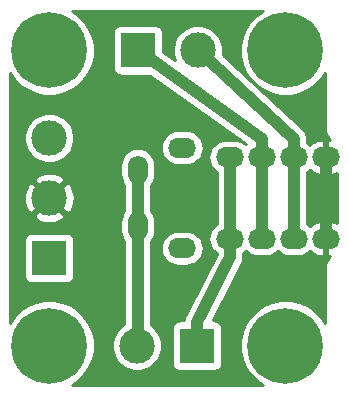
<source format=gbl>
G04 #@! TF.GenerationSoftware,KiCad,Pcbnew,(5.1.8)-1*
G04 #@! TF.CreationDate,2020-12-25T11:22:17+09:00*
G04 #@! TF.ProjectId,bf-023,62662d30-3233-42e6-9b69-6361645f7063,V02L01*
G04 #@! TF.SameCoordinates,Original*
G04 #@! TF.FileFunction,Copper,L2,Bot*
G04 #@! TF.FilePolarity,Positive*
%FSLAX46Y46*%
G04 Gerber Fmt 4.6, Leading zero omitted, Abs format (unit mm)*
G04 Created by KiCad (PCBNEW (5.1.8)-1) date 2020-12-25 11:22:17*
%MOMM*%
%LPD*%
G01*
G04 APERTURE LIST*
G04 #@! TA.AperFunction,ComponentPad*
%ADD10C,3.000000*%
G04 #@! TD*
G04 #@! TA.AperFunction,ComponentPad*
%ADD11R,3.000000X3.000000*%
G04 #@! TD*
G04 #@! TA.AperFunction,ComponentPad*
%ADD12O,1.700000X2.400000*%
G04 #@! TD*
G04 #@! TA.AperFunction,ComponentPad*
%ADD13O,2.350000X1.700000*%
G04 #@! TD*
G04 #@! TA.AperFunction,ComponentPad*
%ADD14C,6.400000*%
G04 #@! TD*
G04 #@! TA.AperFunction,ViaPad*
%ADD15C,0.800000*%
G04 #@! TD*
G04 #@! TA.AperFunction,Conductor*
%ADD16C,1.000000*%
G04 #@! TD*
G04 #@! TA.AperFunction,Conductor*
%ADD17C,0.254000*%
G04 #@! TD*
G04 #@! TA.AperFunction,Conductor*
%ADD18C,0.100000*%
G04 #@! TD*
G04 APERTURE END LIST*
D10*
X139420000Y-124000000D03*
D11*
X144500000Y-124000000D03*
D12*
X139500000Y-109100000D03*
X139500000Y-113900000D03*
D13*
X143250000Y-107250000D03*
X143250000Y-115750000D03*
X150000000Y-108050000D03*
X150000000Y-114950000D03*
X147300000Y-114950000D03*
X147300000Y-108050000D03*
X152700000Y-108050000D03*
X152700000Y-114950000D03*
X155400000Y-114950000D03*
X155400000Y-108050000D03*
D10*
X144580000Y-99000000D03*
D11*
X139500000Y-99000000D03*
D10*
X132000000Y-106420000D03*
X132000000Y-111500000D03*
D11*
X132000000Y-116580000D03*
D14*
X132000000Y-99000000D03*
X152000000Y-99000000D03*
X132000000Y-124000000D03*
X152000000Y-124000000D03*
D15*
X137000000Y-96500000D03*
X147000000Y-96500000D03*
X137000000Y-103500000D03*
X130000000Y-103500000D03*
X154000000Y-103500000D03*
X137000000Y-111500000D03*
X143500000Y-111500000D03*
X154000000Y-119500000D03*
X149500000Y-119500000D03*
X137000000Y-119500000D03*
X130000000Y-119500000D03*
X137000000Y-126500000D03*
X147000000Y-126500000D03*
X142000000Y-126500000D03*
X142000000Y-96500000D03*
X143500000Y-119500000D03*
X143500000Y-104500000D03*
D16*
X155400000Y-108050000D02*
X155400000Y-114950000D01*
X152700000Y-108050000D02*
X152700000Y-114950000D01*
X152700000Y-106500000D02*
X144580000Y-99000000D01*
X152700000Y-108050000D02*
X152700000Y-106500000D01*
X147300000Y-108050000D02*
X147300000Y-114950000D01*
X147300000Y-116500000D02*
X147300000Y-114950000D01*
X144500000Y-122000000D02*
X147300000Y-116500000D01*
X144500000Y-124000000D02*
X144500000Y-122000000D01*
X150000000Y-108050000D02*
X150000000Y-114950000D01*
X150000000Y-106500000D02*
X139500000Y-99000000D01*
X150000000Y-108050000D02*
X150000000Y-106500000D01*
X139500000Y-109100000D02*
X139500000Y-113900000D01*
X139500000Y-123920000D02*
X139420000Y-124000000D01*
X139500000Y-113900000D02*
X139500000Y-123920000D01*
D17*
X149555330Y-96021161D02*
X149021161Y-96555330D01*
X148601467Y-97183446D01*
X148312377Y-97881372D01*
X148165000Y-98622285D01*
X148165000Y-99377715D01*
X148312377Y-100118628D01*
X148601467Y-100816554D01*
X149021161Y-101444670D01*
X149555330Y-101978839D01*
X150183446Y-102398533D01*
X150881372Y-102687623D01*
X151622285Y-102835000D01*
X152377715Y-102835000D01*
X153118628Y-102687623D01*
X153816554Y-102398533D01*
X154444670Y-101978839D01*
X154978839Y-101444670D01*
X155340000Y-100904154D01*
X155340001Y-105532419D01*
X155342783Y-105560664D01*
X155342740Y-105566801D01*
X155343640Y-105575972D01*
X155364041Y-105770069D01*
X155376068Y-105828658D01*
X155387277Y-105887423D01*
X155389941Y-105896245D01*
X155447653Y-106082683D01*
X155470838Y-106137838D01*
X155493242Y-106193291D01*
X155497568Y-106201427D01*
X155590393Y-106373104D01*
X155623846Y-106422699D01*
X155656600Y-106472753D01*
X155662424Y-106479894D01*
X155732830Y-106565000D01*
X155527000Y-106565000D01*
X155527000Y-107923000D01*
X155547000Y-107923000D01*
X155547000Y-108177000D01*
X155527000Y-108177000D01*
X155527000Y-109535000D01*
X155852000Y-109535000D01*
X156139269Y-109481690D01*
X156340000Y-109401553D01*
X156340001Y-113598447D01*
X156139269Y-113518310D01*
X155852000Y-113465000D01*
X155527000Y-113465000D01*
X155527000Y-114823000D01*
X155547000Y-114823000D01*
X155547000Y-115077000D01*
X155527000Y-115077000D01*
X155527000Y-116435000D01*
X155732663Y-116435000D01*
X155655616Y-116529469D01*
X155622534Y-116579262D01*
X155588716Y-116628651D01*
X155584333Y-116636757D01*
X155492708Y-116809079D01*
X155469909Y-116864394D01*
X155446348Y-116919366D01*
X155443623Y-116928169D01*
X155387214Y-117115005D01*
X155375594Y-117173693D01*
X155363158Y-117232196D01*
X155362195Y-117241361D01*
X155343150Y-117435595D01*
X155343150Y-117435608D01*
X155340001Y-117467581D01*
X155340000Y-122095846D01*
X154978839Y-121555330D01*
X154444670Y-121021161D01*
X153816554Y-120601467D01*
X153118628Y-120312377D01*
X152377715Y-120165000D01*
X151622285Y-120165000D01*
X150881372Y-120312377D01*
X150183446Y-120601467D01*
X149555330Y-121021161D01*
X149021161Y-121555330D01*
X148601467Y-122183446D01*
X148312377Y-122881372D01*
X148165000Y-123622285D01*
X148165000Y-124377715D01*
X148312377Y-125118628D01*
X148601467Y-125816554D01*
X149021161Y-126444670D01*
X149555330Y-126978839D01*
X150095845Y-127340000D01*
X133904155Y-127340000D01*
X134444670Y-126978839D01*
X134978839Y-126444670D01*
X135398533Y-125816554D01*
X135687623Y-125118628D01*
X135835000Y-124377715D01*
X135835000Y-123789721D01*
X137285000Y-123789721D01*
X137285000Y-124210279D01*
X137367047Y-124622756D01*
X137527988Y-125011302D01*
X137761637Y-125360983D01*
X138059017Y-125658363D01*
X138408698Y-125892012D01*
X138797244Y-126052953D01*
X139209721Y-126135000D01*
X139630279Y-126135000D01*
X140042756Y-126052953D01*
X140431302Y-125892012D01*
X140780983Y-125658363D01*
X141078363Y-125360983D01*
X141312012Y-125011302D01*
X141472953Y-124622756D01*
X141555000Y-124210279D01*
X141555000Y-123789721D01*
X141472953Y-123377244D01*
X141312012Y-122988698D01*
X141078363Y-122639017D01*
X140780983Y-122341637D01*
X140635000Y-122244094D01*
X140635000Y-115750000D01*
X141432815Y-115750000D01*
X141461487Y-116041111D01*
X141546401Y-116321034D01*
X141684294Y-116579014D01*
X141869866Y-116805134D01*
X142095986Y-116990706D01*
X142353966Y-117128599D01*
X142633889Y-117213513D01*
X142852050Y-117235000D01*
X143647950Y-117235000D01*
X143866111Y-117213513D01*
X144146034Y-117128599D01*
X144404014Y-116990706D01*
X144630134Y-116805134D01*
X144815706Y-116579014D01*
X144953599Y-116321034D01*
X145038513Y-116041111D01*
X145067185Y-115750000D01*
X145038513Y-115458889D01*
X144953599Y-115178966D01*
X144815706Y-114920986D01*
X144630134Y-114694866D01*
X144404014Y-114509294D01*
X144146034Y-114371401D01*
X143866111Y-114286487D01*
X143647950Y-114265000D01*
X142852050Y-114265000D01*
X142633889Y-114286487D01*
X142353966Y-114371401D01*
X142095986Y-114509294D01*
X141869866Y-114694866D01*
X141684294Y-114920986D01*
X141546401Y-115178966D01*
X141461487Y-115458889D01*
X141432815Y-115750000D01*
X140635000Y-115750000D01*
X140635000Y-115207817D01*
X140740706Y-115079014D01*
X140878599Y-114821034D01*
X140963513Y-114541110D01*
X140985000Y-114322949D01*
X140985000Y-113477050D01*
X140963513Y-113258889D01*
X140878599Y-112978966D01*
X140740706Y-112720986D01*
X140635000Y-112592183D01*
X140635000Y-110407817D01*
X140740706Y-110279014D01*
X140878599Y-110021034D01*
X140963513Y-109741110D01*
X140985000Y-109522949D01*
X140985000Y-108677050D01*
X140963513Y-108458889D01*
X140878599Y-108178966D01*
X140740706Y-107920986D01*
X140555134Y-107694866D01*
X140329013Y-107509294D01*
X140071033Y-107371401D01*
X139791110Y-107286487D01*
X139500000Y-107257815D01*
X139208889Y-107286487D01*
X138928966Y-107371401D01*
X138670986Y-107509294D01*
X138444866Y-107694866D01*
X138259294Y-107920987D01*
X138121401Y-108178967D01*
X138036487Y-108458890D01*
X138015000Y-108677051D01*
X138015000Y-109522950D01*
X138036487Y-109741111D01*
X138121401Y-110021034D01*
X138259294Y-110279014D01*
X138365000Y-110407817D01*
X138365001Y-112592182D01*
X138259294Y-112720987D01*
X138121401Y-112978967D01*
X138036487Y-113258890D01*
X138015000Y-113477051D01*
X138015000Y-114322950D01*
X138036487Y-114541111D01*
X138121401Y-114821034D01*
X138259294Y-115079014D01*
X138365000Y-115207817D01*
X138365001Y-122137185D01*
X138059017Y-122341637D01*
X137761637Y-122639017D01*
X137527988Y-122988698D01*
X137367047Y-123377244D01*
X137285000Y-123789721D01*
X135835000Y-123789721D01*
X135835000Y-123622285D01*
X135687623Y-122881372D01*
X135398533Y-122183446D01*
X134978839Y-121555330D01*
X134444670Y-121021161D01*
X133816554Y-120601467D01*
X133118628Y-120312377D01*
X132377715Y-120165000D01*
X131622285Y-120165000D01*
X130881372Y-120312377D01*
X130183446Y-120601467D01*
X129555330Y-121021161D01*
X129021161Y-121555330D01*
X128660000Y-122095845D01*
X128660000Y-115080000D01*
X129861928Y-115080000D01*
X129861928Y-118080000D01*
X129874188Y-118204482D01*
X129910498Y-118324180D01*
X129969463Y-118434494D01*
X130048815Y-118531185D01*
X130145506Y-118610537D01*
X130255820Y-118669502D01*
X130375518Y-118705812D01*
X130500000Y-118718072D01*
X133500000Y-118718072D01*
X133624482Y-118705812D01*
X133744180Y-118669502D01*
X133854494Y-118610537D01*
X133951185Y-118531185D01*
X134030537Y-118434494D01*
X134089502Y-118324180D01*
X134125812Y-118204482D01*
X134138072Y-118080000D01*
X134138072Y-115080000D01*
X134125812Y-114955518D01*
X134089502Y-114835820D01*
X134030537Y-114725506D01*
X133951185Y-114628815D01*
X133854494Y-114549463D01*
X133744180Y-114490498D01*
X133624482Y-114454188D01*
X133500000Y-114441928D01*
X130500000Y-114441928D01*
X130375518Y-114454188D01*
X130255820Y-114490498D01*
X130145506Y-114549463D01*
X130048815Y-114628815D01*
X129969463Y-114725506D01*
X129910498Y-114835820D01*
X129874188Y-114955518D01*
X129861928Y-115080000D01*
X128660000Y-115080000D01*
X128660000Y-112991653D01*
X130687952Y-112991653D01*
X130843962Y-113307214D01*
X131218745Y-113498020D01*
X131623551Y-113612044D01*
X132042824Y-113644902D01*
X132460451Y-113595334D01*
X132860383Y-113465243D01*
X133156038Y-113307214D01*
X133312048Y-112991653D01*
X132000000Y-111679605D01*
X130687952Y-112991653D01*
X128660000Y-112991653D01*
X128660000Y-111542824D01*
X129855098Y-111542824D01*
X129904666Y-111960451D01*
X130034757Y-112360383D01*
X130192786Y-112656038D01*
X130508347Y-112812048D01*
X131820395Y-111500000D01*
X132179605Y-111500000D01*
X133491653Y-112812048D01*
X133807214Y-112656038D01*
X133998020Y-112281255D01*
X134112044Y-111876449D01*
X134144902Y-111457176D01*
X134095334Y-111039549D01*
X133965243Y-110639617D01*
X133807214Y-110343962D01*
X133491653Y-110187952D01*
X132179605Y-111500000D01*
X131820395Y-111500000D01*
X130508347Y-110187952D01*
X130192786Y-110343962D01*
X130001980Y-110718745D01*
X129887956Y-111123551D01*
X129855098Y-111542824D01*
X128660000Y-111542824D01*
X128660000Y-110008347D01*
X130687952Y-110008347D01*
X132000000Y-111320395D01*
X133312048Y-110008347D01*
X133156038Y-109692786D01*
X132781255Y-109501980D01*
X132376449Y-109387956D01*
X131957176Y-109355098D01*
X131539549Y-109404666D01*
X131139617Y-109534757D01*
X130843962Y-109692786D01*
X130687952Y-110008347D01*
X128660000Y-110008347D01*
X128660000Y-106209721D01*
X129865000Y-106209721D01*
X129865000Y-106630279D01*
X129947047Y-107042756D01*
X130107988Y-107431302D01*
X130341637Y-107780983D01*
X130639017Y-108078363D01*
X130988698Y-108312012D01*
X131377244Y-108472953D01*
X131789721Y-108555000D01*
X132210279Y-108555000D01*
X132622756Y-108472953D01*
X133011302Y-108312012D01*
X133360983Y-108078363D01*
X133658363Y-107780983D01*
X133892012Y-107431302D01*
X133967109Y-107250000D01*
X141432815Y-107250000D01*
X141461487Y-107541111D01*
X141546401Y-107821034D01*
X141684294Y-108079014D01*
X141869866Y-108305134D01*
X142095986Y-108490706D01*
X142353966Y-108628599D01*
X142633889Y-108713513D01*
X142852050Y-108735000D01*
X143647950Y-108735000D01*
X143866111Y-108713513D01*
X144146034Y-108628599D01*
X144404014Y-108490706D01*
X144630134Y-108305134D01*
X144815706Y-108079014D01*
X144953599Y-107821034D01*
X145038513Y-107541111D01*
X145067185Y-107250000D01*
X145038513Y-106958889D01*
X144953599Y-106678966D01*
X144815706Y-106420986D01*
X144630134Y-106194866D01*
X144404014Y-106009294D01*
X144146034Y-105871401D01*
X143866111Y-105786487D01*
X143647950Y-105765000D01*
X142852050Y-105765000D01*
X142633889Y-105786487D01*
X142353966Y-105871401D01*
X142095986Y-106009294D01*
X141869866Y-106194866D01*
X141684294Y-106420986D01*
X141546401Y-106678966D01*
X141461487Y-106958889D01*
X141432815Y-107250000D01*
X133967109Y-107250000D01*
X134052953Y-107042756D01*
X134135000Y-106630279D01*
X134135000Y-106209721D01*
X134052953Y-105797244D01*
X133892012Y-105408698D01*
X133658363Y-105059017D01*
X133360983Y-104761637D01*
X133011302Y-104527988D01*
X132622756Y-104367047D01*
X132210279Y-104285000D01*
X131789721Y-104285000D01*
X131377244Y-104367047D01*
X130988698Y-104527988D01*
X130639017Y-104761637D01*
X130341637Y-105059017D01*
X130107988Y-105408698D01*
X129947047Y-105797244D01*
X129865000Y-106209721D01*
X128660000Y-106209721D01*
X128660000Y-100904155D01*
X129021161Y-101444670D01*
X129555330Y-101978839D01*
X130183446Y-102398533D01*
X130881372Y-102687623D01*
X131622285Y-102835000D01*
X132377715Y-102835000D01*
X133118628Y-102687623D01*
X133816554Y-102398533D01*
X134444670Y-101978839D01*
X134978839Y-101444670D01*
X135398533Y-100816554D01*
X135687623Y-100118628D01*
X135835000Y-99377715D01*
X135835000Y-98622285D01*
X135687623Y-97881372D01*
X135529654Y-97500000D01*
X137361928Y-97500000D01*
X137361928Y-100500000D01*
X137374188Y-100624482D01*
X137410498Y-100744180D01*
X137469463Y-100854494D01*
X137548815Y-100951185D01*
X137645506Y-101030537D01*
X137755820Y-101089502D01*
X137875518Y-101125812D01*
X138000000Y-101138072D01*
X140540574Y-101138072D01*
X148675809Y-106948955D01*
X148650000Y-106970136D01*
X148454014Y-106809294D01*
X148196034Y-106671401D01*
X147916111Y-106586487D01*
X147697950Y-106565000D01*
X146902050Y-106565000D01*
X146683889Y-106586487D01*
X146403966Y-106671401D01*
X146145986Y-106809294D01*
X145919866Y-106994866D01*
X145734294Y-107220986D01*
X145596401Y-107478966D01*
X145511487Y-107758889D01*
X145482815Y-108050000D01*
X145511487Y-108341111D01*
X145596401Y-108621034D01*
X145734294Y-108879014D01*
X145919866Y-109105134D01*
X146145986Y-109290706D01*
X146165000Y-109300869D01*
X146165001Y-113699130D01*
X146145986Y-113709294D01*
X145919866Y-113894866D01*
X145734294Y-114120986D01*
X145596401Y-114378966D01*
X145511487Y-114658889D01*
X145482815Y-114950000D01*
X145511487Y-115241111D01*
X145596401Y-115521034D01*
X145734294Y-115779014D01*
X145919866Y-116005134D01*
X146145986Y-116190706D01*
X146165000Y-116200869D01*
X146165000Y-116227717D01*
X143493657Y-121475001D01*
X143446325Y-121563553D01*
X143426764Y-121628035D01*
X143402222Y-121690804D01*
X143394387Y-121734770D01*
X143381424Y-121777501D01*
X143374819Y-121844568D01*
X143371725Y-121861928D01*
X143000000Y-121861928D01*
X142875518Y-121874188D01*
X142755820Y-121910498D01*
X142645506Y-121969463D01*
X142548815Y-122048815D01*
X142469463Y-122145506D01*
X142410498Y-122255820D01*
X142374188Y-122375518D01*
X142361928Y-122500000D01*
X142361928Y-125500000D01*
X142374188Y-125624482D01*
X142410498Y-125744180D01*
X142469463Y-125854494D01*
X142548815Y-125951185D01*
X142645506Y-126030537D01*
X142755820Y-126089502D01*
X142875518Y-126125812D01*
X143000000Y-126138072D01*
X146000000Y-126138072D01*
X146124482Y-126125812D01*
X146244180Y-126089502D01*
X146354494Y-126030537D01*
X146451185Y-125951185D01*
X146530537Y-125854494D01*
X146589502Y-125744180D01*
X146625812Y-125624482D01*
X146638072Y-125500000D01*
X146638072Y-122500000D01*
X146625812Y-122375518D01*
X146589502Y-122255820D01*
X146530537Y-122145506D01*
X146451185Y-122048815D01*
X146354494Y-121969463D01*
X146244180Y-121910498D01*
X146124482Y-121874188D01*
X146000000Y-121861928D01*
X145843907Y-121861928D01*
X148306344Y-117025000D01*
X148353676Y-116936447D01*
X148373238Y-116871960D01*
X148397778Y-116809197D01*
X148405612Y-116765237D01*
X148418577Y-116722499D01*
X148425183Y-116655422D01*
X148437005Y-116589090D01*
X148435000Y-116488736D01*
X148435000Y-116200869D01*
X148454014Y-116190706D01*
X148650000Y-116029864D01*
X148845986Y-116190706D01*
X149103966Y-116328599D01*
X149383889Y-116413513D01*
X149602050Y-116435000D01*
X150397950Y-116435000D01*
X150616111Y-116413513D01*
X150896034Y-116328599D01*
X151154014Y-116190706D01*
X151350000Y-116029864D01*
X151545986Y-116190706D01*
X151803966Y-116328599D01*
X152083889Y-116413513D01*
X152302050Y-116435000D01*
X153097950Y-116435000D01*
X153316111Y-116413513D01*
X153596034Y-116328599D01*
X153854014Y-116190706D01*
X154054274Y-116026357D01*
X154144381Y-116114176D01*
X154389382Y-116273361D01*
X154660731Y-116381690D01*
X154948000Y-116435000D01*
X155273000Y-116435000D01*
X155273000Y-115077000D01*
X155253000Y-115077000D01*
X155253000Y-114823000D01*
X155273000Y-114823000D01*
X155273000Y-113465000D01*
X154948000Y-113465000D01*
X154660731Y-113518310D01*
X154389382Y-113626639D01*
X154144381Y-113785824D01*
X154054274Y-113873643D01*
X153854014Y-113709294D01*
X153835000Y-113699131D01*
X153835000Y-109300869D01*
X153854014Y-109290706D01*
X154054274Y-109126357D01*
X154144381Y-109214176D01*
X154389382Y-109373361D01*
X154660731Y-109481690D01*
X154948000Y-109535000D01*
X155273000Y-109535000D01*
X155273000Y-108177000D01*
X155253000Y-108177000D01*
X155253000Y-107923000D01*
X155273000Y-107923000D01*
X155273000Y-106565000D01*
X154948000Y-106565000D01*
X154660731Y-106618310D01*
X154389382Y-106726639D01*
X154144381Y-106885824D01*
X154054274Y-106973643D01*
X153854014Y-106809294D01*
X153835000Y-106799131D01*
X153835000Y-106533187D01*
X153839593Y-106454766D01*
X153827328Y-106366354D01*
X153818577Y-106277501D01*
X153811990Y-106255786D01*
X153808872Y-106233311D01*
X153779592Y-106148985D01*
X153753676Y-106063553D01*
X153742978Y-106043538D01*
X153735536Y-106022106D01*
X153690373Y-105945121D01*
X153648284Y-105866377D01*
X153633888Y-105848835D01*
X153622407Y-105829265D01*
X153563087Y-105762564D01*
X153506449Y-105693551D01*
X153445710Y-105643704D01*
X146678596Y-99393292D01*
X146715000Y-99210279D01*
X146715000Y-98789721D01*
X146632953Y-98377244D01*
X146472012Y-97988698D01*
X146238363Y-97639017D01*
X145940983Y-97341637D01*
X145591302Y-97107988D01*
X145202756Y-96947047D01*
X144790279Y-96865000D01*
X144369721Y-96865000D01*
X143957244Y-96947047D01*
X143568698Y-97107988D01*
X143219017Y-97341637D01*
X142921637Y-97639017D01*
X142687988Y-97988698D01*
X142527047Y-98377244D01*
X142445000Y-98789721D01*
X142445000Y-99210279D01*
X142527047Y-99622756D01*
X142612118Y-99828137D01*
X141638072Y-99132389D01*
X141638072Y-97500000D01*
X141625812Y-97375518D01*
X141589502Y-97255820D01*
X141530537Y-97145506D01*
X141451185Y-97048815D01*
X141354494Y-96969463D01*
X141244180Y-96910498D01*
X141124482Y-96874188D01*
X141000000Y-96861928D01*
X138000000Y-96861928D01*
X137875518Y-96874188D01*
X137755820Y-96910498D01*
X137645506Y-96969463D01*
X137548815Y-97048815D01*
X137469463Y-97145506D01*
X137410498Y-97255820D01*
X137374188Y-97375518D01*
X137361928Y-97500000D01*
X135529654Y-97500000D01*
X135398533Y-97183446D01*
X134978839Y-96555330D01*
X134444670Y-96021161D01*
X133904155Y-95660000D01*
X150095845Y-95660000D01*
X149555330Y-96021161D01*
G04 #@! TA.AperFunction,Conductor*
D18*
G36*
X149555330Y-96021161D02*
G01*
X149021161Y-96555330D01*
X148601467Y-97183446D01*
X148312377Y-97881372D01*
X148165000Y-98622285D01*
X148165000Y-99377715D01*
X148312377Y-100118628D01*
X148601467Y-100816554D01*
X149021161Y-101444670D01*
X149555330Y-101978839D01*
X150183446Y-102398533D01*
X150881372Y-102687623D01*
X151622285Y-102835000D01*
X152377715Y-102835000D01*
X153118628Y-102687623D01*
X153816554Y-102398533D01*
X154444670Y-101978839D01*
X154978839Y-101444670D01*
X155340000Y-100904154D01*
X155340001Y-105532419D01*
X155342783Y-105560664D01*
X155342740Y-105566801D01*
X155343640Y-105575972D01*
X155364041Y-105770069D01*
X155376068Y-105828658D01*
X155387277Y-105887423D01*
X155389941Y-105896245D01*
X155447653Y-106082683D01*
X155470838Y-106137838D01*
X155493242Y-106193291D01*
X155497568Y-106201427D01*
X155590393Y-106373104D01*
X155623846Y-106422699D01*
X155656600Y-106472753D01*
X155662424Y-106479894D01*
X155732830Y-106565000D01*
X155527000Y-106565000D01*
X155527000Y-107923000D01*
X155547000Y-107923000D01*
X155547000Y-108177000D01*
X155527000Y-108177000D01*
X155527000Y-109535000D01*
X155852000Y-109535000D01*
X156139269Y-109481690D01*
X156340000Y-109401553D01*
X156340001Y-113598447D01*
X156139269Y-113518310D01*
X155852000Y-113465000D01*
X155527000Y-113465000D01*
X155527000Y-114823000D01*
X155547000Y-114823000D01*
X155547000Y-115077000D01*
X155527000Y-115077000D01*
X155527000Y-116435000D01*
X155732663Y-116435000D01*
X155655616Y-116529469D01*
X155622534Y-116579262D01*
X155588716Y-116628651D01*
X155584333Y-116636757D01*
X155492708Y-116809079D01*
X155469909Y-116864394D01*
X155446348Y-116919366D01*
X155443623Y-116928169D01*
X155387214Y-117115005D01*
X155375594Y-117173693D01*
X155363158Y-117232196D01*
X155362195Y-117241361D01*
X155343150Y-117435595D01*
X155343150Y-117435608D01*
X155340001Y-117467581D01*
X155340000Y-122095846D01*
X154978839Y-121555330D01*
X154444670Y-121021161D01*
X153816554Y-120601467D01*
X153118628Y-120312377D01*
X152377715Y-120165000D01*
X151622285Y-120165000D01*
X150881372Y-120312377D01*
X150183446Y-120601467D01*
X149555330Y-121021161D01*
X149021161Y-121555330D01*
X148601467Y-122183446D01*
X148312377Y-122881372D01*
X148165000Y-123622285D01*
X148165000Y-124377715D01*
X148312377Y-125118628D01*
X148601467Y-125816554D01*
X149021161Y-126444670D01*
X149555330Y-126978839D01*
X150095845Y-127340000D01*
X133904155Y-127340000D01*
X134444670Y-126978839D01*
X134978839Y-126444670D01*
X135398533Y-125816554D01*
X135687623Y-125118628D01*
X135835000Y-124377715D01*
X135835000Y-123789721D01*
X137285000Y-123789721D01*
X137285000Y-124210279D01*
X137367047Y-124622756D01*
X137527988Y-125011302D01*
X137761637Y-125360983D01*
X138059017Y-125658363D01*
X138408698Y-125892012D01*
X138797244Y-126052953D01*
X139209721Y-126135000D01*
X139630279Y-126135000D01*
X140042756Y-126052953D01*
X140431302Y-125892012D01*
X140780983Y-125658363D01*
X141078363Y-125360983D01*
X141312012Y-125011302D01*
X141472953Y-124622756D01*
X141555000Y-124210279D01*
X141555000Y-123789721D01*
X141472953Y-123377244D01*
X141312012Y-122988698D01*
X141078363Y-122639017D01*
X140780983Y-122341637D01*
X140635000Y-122244094D01*
X140635000Y-115750000D01*
X141432815Y-115750000D01*
X141461487Y-116041111D01*
X141546401Y-116321034D01*
X141684294Y-116579014D01*
X141869866Y-116805134D01*
X142095986Y-116990706D01*
X142353966Y-117128599D01*
X142633889Y-117213513D01*
X142852050Y-117235000D01*
X143647950Y-117235000D01*
X143866111Y-117213513D01*
X144146034Y-117128599D01*
X144404014Y-116990706D01*
X144630134Y-116805134D01*
X144815706Y-116579014D01*
X144953599Y-116321034D01*
X145038513Y-116041111D01*
X145067185Y-115750000D01*
X145038513Y-115458889D01*
X144953599Y-115178966D01*
X144815706Y-114920986D01*
X144630134Y-114694866D01*
X144404014Y-114509294D01*
X144146034Y-114371401D01*
X143866111Y-114286487D01*
X143647950Y-114265000D01*
X142852050Y-114265000D01*
X142633889Y-114286487D01*
X142353966Y-114371401D01*
X142095986Y-114509294D01*
X141869866Y-114694866D01*
X141684294Y-114920986D01*
X141546401Y-115178966D01*
X141461487Y-115458889D01*
X141432815Y-115750000D01*
X140635000Y-115750000D01*
X140635000Y-115207817D01*
X140740706Y-115079014D01*
X140878599Y-114821034D01*
X140963513Y-114541110D01*
X140985000Y-114322949D01*
X140985000Y-113477050D01*
X140963513Y-113258889D01*
X140878599Y-112978966D01*
X140740706Y-112720986D01*
X140635000Y-112592183D01*
X140635000Y-110407817D01*
X140740706Y-110279014D01*
X140878599Y-110021034D01*
X140963513Y-109741110D01*
X140985000Y-109522949D01*
X140985000Y-108677050D01*
X140963513Y-108458889D01*
X140878599Y-108178966D01*
X140740706Y-107920986D01*
X140555134Y-107694866D01*
X140329013Y-107509294D01*
X140071033Y-107371401D01*
X139791110Y-107286487D01*
X139500000Y-107257815D01*
X139208889Y-107286487D01*
X138928966Y-107371401D01*
X138670986Y-107509294D01*
X138444866Y-107694866D01*
X138259294Y-107920987D01*
X138121401Y-108178967D01*
X138036487Y-108458890D01*
X138015000Y-108677051D01*
X138015000Y-109522950D01*
X138036487Y-109741111D01*
X138121401Y-110021034D01*
X138259294Y-110279014D01*
X138365000Y-110407817D01*
X138365001Y-112592182D01*
X138259294Y-112720987D01*
X138121401Y-112978967D01*
X138036487Y-113258890D01*
X138015000Y-113477051D01*
X138015000Y-114322950D01*
X138036487Y-114541111D01*
X138121401Y-114821034D01*
X138259294Y-115079014D01*
X138365000Y-115207817D01*
X138365001Y-122137185D01*
X138059017Y-122341637D01*
X137761637Y-122639017D01*
X137527988Y-122988698D01*
X137367047Y-123377244D01*
X137285000Y-123789721D01*
X135835000Y-123789721D01*
X135835000Y-123622285D01*
X135687623Y-122881372D01*
X135398533Y-122183446D01*
X134978839Y-121555330D01*
X134444670Y-121021161D01*
X133816554Y-120601467D01*
X133118628Y-120312377D01*
X132377715Y-120165000D01*
X131622285Y-120165000D01*
X130881372Y-120312377D01*
X130183446Y-120601467D01*
X129555330Y-121021161D01*
X129021161Y-121555330D01*
X128660000Y-122095845D01*
X128660000Y-115080000D01*
X129861928Y-115080000D01*
X129861928Y-118080000D01*
X129874188Y-118204482D01*
X129910498Y-118324180D01*
X129969463Y-118434494D01*
X130048815Y-118531185D01*
X130145506Y-118610537D01*
X130255820Y-118669502D01*
X130375518Y-118705812D01*
X130500000Y-118718072D01*
X133500000Y-118718072D01*
X133624482Y-118705812D01*
X133744180Y-118669502D01*
X133854494Y-118610537D01*
X133951185Y-118531185D01*
X134030537Y-118434494D01*
X134089502Y-118324180D01*
X134125812Y-118204482D01*
X134138072Y-118080000D01*
X134138072Y-115080000D01*
X134125812Y-114955518D01*
X134089502Y-114835820D01*
X134030537Y-114725506D01*
X133951185Y-114628815D01*
X133854494Y-114549463D01*
X133744180Y-114490498D01*
X133624482Y-114454188D01*
X133500000Y-114441928D01*
X130500000Y-114441928D01*
X130375518Y-114454188D01*
X130255820Y-114490498D01*
X130145506Y-114549463D01*
X130048815Y-114628815D01*
X129969463Y-114725506D01*
X129910498Y-114835820D01*
X129874188Y-114955518D01*
X129861928Y-115080000D01*
X128660000Y-115080000D01*
X128660000Y-112991653D01*
X130687952Y-112991653D01*
X130843962Y-113307214D01*
X131218745Y-113498020D01*
X131623551Y-113612044D01*
X132042824Y-113644902D01*
X132460451Y-113595334D01*
X132860383Y-113465243D01*
X133156038Y-113307214D01*
X133312048Y-112991653D01*
X132000000Y-111679605D01*
X130687952Y-112991653D01*
X128660000Y-112991653D01*
X128660000Y-111542824D01*
X129855098Y-111542824D01*
X129904666Y-111960451D01*
X130034757Y-112360383D01*
X130192786Y-112656038D01*
X130508347Y-112812048D01*
X131820395Y-111500000D01*
X132179605Y-111500000D01*
X133491653Y-112812048D01*
X133807214Y-112656038D01*
X133998020Y-112281255D01*
X134112044Y-111876449D01*
X134144902Y-111457176D01*
X134095334Y-111039549D01*
X133965243Y-110639617D01*
X133807214Y-110343962D01*
X133491653Y-110187952D01*
X132179605Y-111500000D01*
X131820395Y-111500000D01*
X130508347Y-110187952D01*
X130192786Y-110343962D01*
X130001980Y-110718745D01*
X129887956Y-111123551D01*
X129855098Y-111542824D01*
X128660000Y-111542824D01*
X128660000Y-110008347D01*
X130687952Y-110008347D01*
X132000000Y-111320395D01*
X133312048Y-110008347D01*
X133156038Y-109692786D01*
X132781255Y-109501980D01*
X132376449Y-109387956D01*
X131957176Y-109355098D01*
X131539549Y-109404666D01*
X131139617Y-109534757D01*
X130843962Y-109692786D01*
X130687952Y-110008347D01*
X128660000Y-110008347D01*
X128660000Y-106209721D01*
X129865000Y-106209721D01*
X129865000Y-106630279D01*
X129947047Y-107042756D01*
X130107988Y-107431302D01*
X130341637Y-107780983D01*
X130639017Y-108078363D01*
X130988698Y-108312012D01*
X131377244Y-108472953D01*
X131789721Y-108555000D01*
X132210279Y-108555000D01*
X132622756Y-108472953D01*
X133011302Y-108312012D01*
X133360983Y-108078363D01*
X133658363Y-107780983D01*
X133892012Y-107431302D01*
X133967109Y-107250000D01*
X141432815Y-107250000D01*
X141461487Y-107541111D01*
X141546401Y-107821034D01*
X141684294Y-108079014D01*
X141869866Y-108305134D01*
X142095986Y-108490706D01*
X142353966Y-108628599D01*
X142633889Y-108713513D01*
X142852050Y-108735000D01*
X143647950Y-108735000D01*
X143866111Y-108713513D01*
X144146034Y-108628599D01*
X144404014Y-108490706D01*
X144630134Y-108305134D01*
X144815706Y-108079014D01*
X144953599Y-107821034D01*
X145038513Y-107541111D01*
X145067185Y-107250000D01*
X145038513Y-106958889D01*
X144953599Y-106678966D01*
X144815706Y-106420986D01*
X144630134Y-106194866D01*
X144404014Y-106009294D01*
X144146034Y-105871401D01*
X143866111Y-105786487D01*
X143647950Y-105765000D01*
X142852050Y-105765000D01*
X142633889Y-105786487D01*
X142353966Y-105871401D01*
X142095986Y-106009294D01*
X141869866Y-106194866D01*
X141684294Y-106420986D01*
X141546401Y-106678966D01*
X141461487Y-106958889D01*
X141432815Y-107250000D01*
X133967109Y-107250000D01*
X134052953Y-107042756D01*
X134135000Y-106630279D01*
X134135000Y-106209721D01*
X134052953Y-105797244D01*
X133892012Y-105408698D01*
X133658363Y-105059017D01*
X133360983Y-104761637D01*
X133011302Y-104527988D01*
X132622756Y-104367047D01*
X132210279Y-104285000D01*
X131789721Y-104285000D01*
X131377244Y-104367047D01*
X130988698Y-104527988D01*
X130639017Y-104761637D01*
X130341637Y-105059017D01*
X130107988Y-105408698D01*
X129947047Y-105797244D01*
X129865000Y-106209721D01*
X128660000Y-106209721D01*
X128660000Y-100904155D01*
X129021161Y-101444670D01*
X129555330Y-101978839D01*
X130183446Y-102398533D01*
X130881372Y-102687623D01*
X131622285Y-102835000D01*
X132377715Y-102835000D01*
X133118628Y-102687623D01*
X133816554Y-102398533D01*
X134444670Y-101978839D01*
X134978839Y-101444670D01*
X135398533Y-100816554D01*
X135687623Y-100118628D01*
X135835000Y-99377715D01*
X135835000Y-98622285D01*
X135687623Y-97881372D01*
X135529654Y-97500000D01*
X137361928Y-97500000D01*
X137361928Y-100500000D01*
X137374188Y-100624482D01*
X137410498Y-100744180D01*
X137469463Y-100854494D01*
X137548815Y-100951185D01*
X137645506Y-101030537D01*
X137755820Y-101089502D01*
X137875518Y-101125812D01*
X138000000Y-101138072D01*
X140540574Y-101138072D01*
X148675809Y-106948955D01*
X148650000Y-106970136D01*
X148454014Y-106809294D01*
X148196034Y-106671401D01*
X147916111Y-106586487D01*
X147697950Y-106565000D01*
X146902050Y-106565000D01*
X146683889Y-106586487D01*
X146403966Y-106671401D01*
X146145986Y-106809294D01*
X145919866Y-106994866D01*
X145734294Y-107220986D01*
X145596401Y-107478966D01*
X145511487Y-107758889D01*
X145482815Y-108050000D01*
X145511487Y-108341111D01*
X145596401Y-108621034D01*
X145734294Y-108879014D01*
X145919866Y-109105134D01*
X146145986Y-109290706D01*
X146165000Y-109300869D01*
X146165001Y-113699130D01*
X146145986Y-113709294D01*
X145919866Y-113894866D01*
X145734294Y-114120986D01*
X145596401Y-114378966D01*
X145511487Y-114658889D01*
X145482815Y-114950000D01*
X145511487Y-115241111D01*
X145596401Y-115521034D01*
X145734294Y-115779014D01*
X145919866Y-116005134D01*
X146145986Y-116190706D01*
X146165000Y-116200869D01*
X146165000Y-116227717D01*
X143493657Y-121475001D01*
X143446325Y-121563553D01*
X143426764Y-121628035D01*
X143402222Y-121690804D01*
X143394387Y-121734770D01*
X143381424Y-121777501D01*
X143374819Y-121844568D01*
X143371725Y-121861928D01*
X143000000Y-121861928D01*
X142875518Y-121874188D01*
X142755820Y-121910498D01*
X142645506Y-121969463D01*
X142548815Y-122048815D01*
X142469463Y-122145506D01*
X142410498Y-122255820D01*
X142374188Y-122375518D01*
X142361928Y-122500000D01*
X142361928Y-125500000D01*
X142374188Y-125624482D01*
X142410498Y-125744180D01*
X142469463Y-125854494D01*
X142548815Y-125951185D01*
X142645506Y-126030537D01*
X142755820Y-126089502D01*
X142875518Y-126125812D01*
X143000000Y-126138072D01*
X146000000Y-126138072D01*
X146124482Y-126125812D01*
X146244180Y-126089502D01*
X146354494Y-126030537D01*
X146451185Y-125951185D01*
X146530537Y-125854494D01*
X146589502Y-125744180D01*
X146625812Y-125624482D01*
X146638072Y-125500000D01*
X146638072Y-122500000D01*
X146625812Y-122375518D01*
X146589502Y-122255820D01*
X146530537Y-122145506D01*
X146451185Y-122048815D01*
X146354494Y-121969463D01*
X146244180Y-121910498D01*
X146124482Y-121874188D01*
X146000000Y-121861928D01*
X145843907Y-121861928D01*
X148306344Y-117025000D01*
X148353676Y-116936447D01*
X148373238Y-116871960D01*
X148397778Y-116809197D01*
X148405612Y-116765237D01*
X148418577Y-116722499D01*
X148425183Y-116655422D01*
X148437005Y-116589090D01*
X148435000Y-116488736D01*
X148435000Y-116200869D01*
X148454014Y-116190706D01*
X148650000Y-116029864D01*
X148845986Y-116190706D01*
X149103966Y-116328599D01*
X149383889Y-116413513D01*
X149602050Y-116435000D01*
X150397950Y-116435000D01*
X150616111Y-116413513D01*
X150896034Y-116328599D01*
X151154014Y-116190706D01*
X151350000Y-116029864D01*
X151545986Y-116190706D01*
X151803966Y-116328599D01*
X152083889Y-116413513D01*
X152302050Y-116435000D01*
X153097950Y-116435000D01*
X153316111Y-116413513D01*
X153596034Y-116328599D01*
X153854014Y-116190706D01*
X154054274Y-116026357D01*
X154144381Y-116114176D01*
X154389382Y-116273361D01*
X154660731Y-116381690D01*
X154948000Y-116435000D01*
X155273000Y-116435000D01*
X155273000Y-115077000D01*
X155253000Y-115077000D01*
X155253000Y-114823000D01*
X155273000Y-114823000D01*
X155273000Y-113465000D01*
X154948000Y-113465000D01*
X154660731Y-113518310D01*
X154389382Y-113626639D01*
X154144381Y-113785824D01*
X154054274Y-113873643D01*
X153854014Y-113709294D01*
X153835000Y-113699131D01*
X153835000Y-109300869D01*
X153854014Y-109290706D01*
X154054274Y-109126357D01*
X154144381Y-109214176D01*
X154389382Y-109373361D01*
X154660731Y-109481690D01*
X154948000Y-109535000D01*
X155273000Y-109535000D01*
X155273000Y-108177000D01*
X155253000Y-108177000D01*
X155253000Y-107923000D01*
X155273000Y-107923000D01*
X155273000Y-106565000D01*
X154948000Y-106565000D01*
X154660731Y-106618310D01*
X154389382Y-106726639D01*
X154144381Y-106885824D01*
X154054274Y-106973643D01*
X153854014Y-106809294D01*
X153835000Y-106799131D01*
X153835000Y-106533187D01*
X153839593Y-106454766D01*
X153827328Y-106366354D01*
X153818577Y-106277501D01*
X153811990Y-106255786D01*
X153808872Y-106233311D01*
X153779592Y-106148985D01*
X153753676Y-106063553D01*
X153742978Y-106043538D01*
X153735536Y-106022106D01*
X153690373Y-105945121D01*
X153648284Y-105866377D01*
X153633888Y-105848835D01*
X153622407Y-105829265D01*
X153563087Y-105762564D01*
X153506449Y-105693551D01*
X153445710Y-105643704D01*
X146678596Y-99393292D01*
X146715000Y-99210279D01*
X146715000Y-98789721D01*
X146632953Y-98377244D01*
X146472012Y-97988698D01*
X146238363Y-97639017D01*
X145940983Y-97341637D01*
X145591302Y-97107988D01*
X145202756Y-96947047D01*
X144790279Y-96865000D01*
X144369721Y-96865000D01*
X143957244Y-96947047D01*
X143568698Y-97107988D01*
X143219017Y-97341637D01*
X142921637Y-97639017D01*
X142687988Y-97988698D01*
X142527047Y-98377244D01*
X142445000Y-98789721D01*
X142445000Y-99210279D01*
X142527047Y-99622756D01*
X142612118Y-99828137D01*
X141638072Y-99132389D01*
X141638072Y-97500000D01*
X141625812Y-97375518D01*
X141589502Y-97255820D01*
X141530537Y-97145506D01*
X141451185Y-97048815D01*
X141354494Y-96969463D01*
X141244180Y-96910498D01*
X141124482Y-96874188D01*
X141000000Y-96861928D01*
X138000000Y-96861928D01*
X137875518Y-96874188D01*
X137755820Y-96910498D01*
X137645506Y-96969463D01*
X137548815Y-97048815D01*
X137469463Y-97145506D01*
X137410498Y-97255820D01*
X137374188Y-97375518D01*
X137361928Y-97500000D01*
X135529654Y-97500000D01*
X135398533Y-97183446D01*
X134978839Y-96555330D01*
X134444670Y-96021161D01*
X133904155Y-95660000D01*
X150095845Y-95660000D01*
X149555330Y-96021161D01*
G37*
G04 #@! TD.AperFunction*
M02*

</source>
